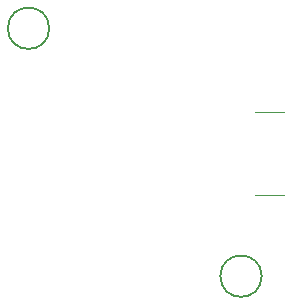
<source format=gbr>
%TF.GenerationSoftware,KiCad,Pcbnew,8.0.3*%
%TF.CreationDate,2024-06-15T19:32:54-05:00*%
%TF.ProjectId,VIK-Solenoid,56494b2d-536f-46c6-956e-6f69642e6b69,rev?*%
%TF.SameCoordinates,Original*%
%TF.FileFunction,Other,Comment*%
%FSLAX46Y46*%
G04 Gerber Fmt 4.6, Leading zero omitted, Abs format (unit mm)*
G04 Created by KiCad (PCBNEW 8.0.3) date 2024-06-15 19:32:54*
%MOMM*%
%LPD*%
G01*
G04 APERTURE LIST*
%ADD10C,0.150000*%
%ADD11C,0.120000*%
G04 APERTURE END LIST*
D10*
%TO.C,REF\u002A\u002A*%
X203990000Y-93660000D02*
G75*
G02*
X200490000Y-93660000I-1750000J0D01*
G01*
X200490000Y-93660000D02*
G75*
G02*
X203990000Y-93660000I1750000J0D01*
G01*
X186000000Y-72670000D02*
G75*
G02*
X182500000Y-72670000I-1750000J0D01*
G01*
X182500000Y-72670000D02*
G75*
G02*
X186000000Y-72670000I1750000J0D01*
G01*
D11*
%TO.C,J2*%
X205920000Y-79760000D02*
X203420000Y-79760000D01*
X205920000Y-86760000D02*
X203420000Y-86760000D01*
%TD*%
M02*

</source>
